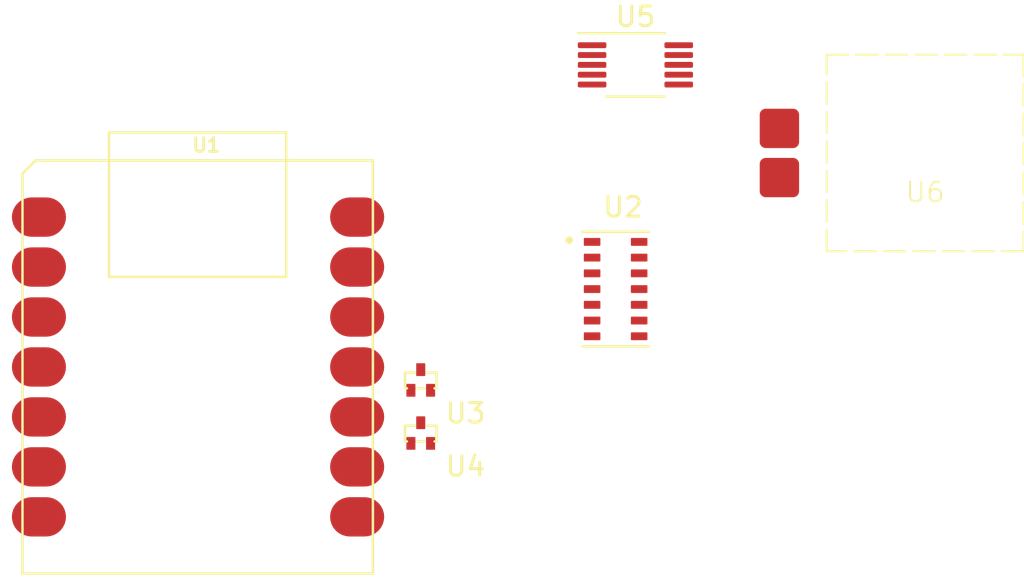
<source format=kicad_pcb>
(kicad_pcb (version 20221018) (generator pcbnew)
  (layers (0 "F.Cu" signal) (31 "B.Cu" signal) (34 "B.Paste" user) (35 "F.Paste" user) (36 "B.SilkS" user "B.Silkscreen") (37 "F.SilkS" user "F.Silkscreen") (38 "B.Mask" user) (39 "F.Mask" user) (44 "Edge.Cuts" user))
  (net 0 "")
  (net 2 "SCL")
  (net 3 "SDA")
  (net 10 "HapticEN")
  (net 11 "Net-(D1-A)")
  (net 12 "+3V3")
  (net 13 "GND")
  (net 14 "VCC")
  (net 15 "LV_SCL")
  (net 16 "LV_SDA")
  (net 17 "+5V")
  (net 18 "+1V8")
  (net 19 "Net-(U2-~{INT})")
  (net 20 "Net-(U5-REG)")
  (net 21 "Net-(U5-OUT+)")
  (net 22 "Net-(U5-OUT-)")
  (footprint "xiao ESP32C3_PCB:MOUDLE14P-SMD-2.54-21X17.8MM" (layer "F.Cu") (at 92.984 82.23925)
    (fp_text reference "U1" (at 9.3345 -21.7805) (layer "F.SilkS") (effects (font (size 0.7 0.7))))
    (fp_text value "MOUDLE-SEEEDUINO-XIAO-ESP32C3")
    (fp_line (start 0 -20.3285) (end 0 0) (stroke (width 0.127)) (layer "F.SilkS"))
    (fp_line (start 0 0) (end 17.8 0) (stroke (width 0.127)) (layer "F.SilkS"))
    (fp_line (start 0.671541 -21) (end 0 -20.3285) (stroke (width 0.127)) (layer "F.SilkS"))
    (fp_line (start 4.396 -15.072) (end 4.396 -22.425) (stroke (width 0.127)) (layer "F.SilkS"))
    (fp_line (start 4.4 -22.424) (end 13.395 -22.424) (stroke (width 0.127)) (layer "F.SilkS"))
    (fp_line (start 13.395 -22.424) (end 13.395 -15.072) (stroke (width 0.127)) (layer "F.SilkS"))
    (fp_line (start 13.395 -15.072) (end 4.396 -15.072) (stroke (width 0.127)) (layer "F.SilkS"))
    (fp_line (start 17.8 -21) (end 0.671541 -21) (stroke (width 0.127)) (layer "F.SilkS"))
    (fp_line (start 17.8 0) (end 17.8 -21) (stroke (width 0.127)) (layer "F.SilkS"))
    (pad "1" smd roundrect (at 0.835 -18.12) (size 2.75 2) (layers "F.Cu" "F.Paste" "F.Mask") (roundrect_rratio 0.5))
    (pad "2" smd roundrect (at 0.835 -15.58) (size 2.75 2) (layers "F.Cu" "F.Paste" "F.Mask") (roundrect_rratio 0.5))
    (pad "3" smd roundrect (at 0.835 -13.04) (size 2.75 2) (layers "F.Cu" "F.Paste" "F.Mask") (roundrect_rratio 0.5))
    (pad "4" smd roundrect (at 0.835 -10.5) (size 2.75 2) (layers "F.Cu" "F.Paste" "F.Mask") (roundrect_rratio 0.5))
    (pad "5" smd roundrect (at 0.835 -7.96) (size 2.75 2) (layers "F.Cu" "F.Paste" "F.Mask") (roundrect_rratio 0.5) (net 3 "SDA"))
    (pad "6" smd roundrect (at 0.835 -5.42) (size 2.75 2) (layers "F.Cu" "F.Paste" "F.Mask") (roundrect_rratio 0.5) (net 2 "SCL"))
    (pad "7" smd roundrect (at 0.835 -2.88) (size 2.75 2) (layers "F.Cu" "F.Paste" "F.Mask") (roundrect_rratio 0.5))
    (pad "8" smd roundrect (at 17 -2.88) (size 2.75 2) (layers "F.Cu" "F.Paste" "F.Mask") (roundrect_rratio 0.5))
    (pad "9" smd roundrect (at 17 -5.42) (size 2.75 2) (layers "F.Cu" "F.Paste" "F.Mask") (roundrect_rratio 0.5))
    (pad "10" smd roundrect (at 17 -7.96) (size 2.75 2) (layers "F.Cu" "F.Paste" "F.Mask") (roundrect_rratio 0.5) (net 10 "HapticEN"))
    (pad "11" smd roundrect (at 17 -10.5) (size 2.75 2) (layers "F.Cu" "F.Paste" "F.Mask") (roundrect_rratio 0.5) (net 11 "Net-(D1-A)"))
    (pad "12" smd roundrect (at 17 -13.04) (size 2.75 2) (layers "F.Cu" "F.Paste" "F.Mask") (roundrect_rratio 0.5) (net 12 "+3V3"))
    (pad "13" smd roundrect (at 17 -15.58) (size 2.75 2) (layers "F.Cu" "F.Paste" "F.Mask") (roundrect_rratio 0.5) (net 13 "GND"))
    (pad "14" smd roundrect (at 17 -18.12) (size 2.75 2) (layers "F.Cu" "F.Paste" "F.Mask") (roundrect_rratio 0.5) (net 14 "VCC"))
  )
  (footprint "Package_SO:VSSOP-10_3x3mm_P0.5mm" (layer "F.Cu") (at 124.12 56.38)
    (fp_text reference "U5" (at 0 -2.45) (layer "F.SilkS"))
    (fp_text value "DRV2605LDGS")
    (fp_line (start 0 -1.61) (end -2.925 -1.61) (stroke (width 0.12)) (layer "F.SilkS"))
    (fp_line (start 0 -1.61) (end 1.5 -1.61) (stroke (width 0.12)) (layer "F.SilkS"))
    (fp_line (start 0 1.61) (end -1.5 1.61) (stroke (width 0.12)) (layer "F.SilkS"))
    (fp_line (start 0 1.61) (end 1.5 1.61) (stroke (width 0.12)) (layer "F.SilkS"))
    (pad "1" smd roundrect (at -2.2 -1) (size 1.45 0.3) (layers "F.Cu" "F.Paste" "F.Mask") (net 20 "Net-(U5-REG)"))
    (pad "2" smd roundrect (at -2.2 -0.5) (size 1.45 0.3) (layers "F.Cu" "F.Paste" "F.Mask") (net 2 "SCL"))
    (pad "3" smd roundrect (at -2.2 0) (size 1.45 0.3) (layers "F.Cu" "F.Paste" "F.Mask") (net 3 "SDA"))
    (pad "4" smd roundrect (at -2.2 0.5) (size 1.45 0.3) (layers "F.Cu" "F.Paste" "F.Mask") (net 13 "GND"))
    (pad "5" smd roundrect (at -2.2 1) (size 1.45 0.3) (layers "F.Cu" "F.Paste" "F.Mask") (net 10 "HapticEN"))
    (pad "6" smd roundrect (at 2.2 1) (size 1.45 0.3) (layers "F.Cu" "F.Paste" "F.Mask") (net 14 "VCC"))
    (pad "7" smd roundrect (at 2.2 0.5) (size 1.45 0.3) (layers "F.Cu" "F.Paste" "F.Mask") (net 21 "Net-(U5-OUT+)"))
    (pad "8" smd roundrect (at 2.2 0) (size 1.45 0.3) (layers "F.Cu" "F.Paste" "F.Mask") (net 13 "GND"))
    (pad "9" smd roundrect (at 2.2 -0.5) (size 1.45 0.3) (layers "F.Cu" "F.Paste" "F.Mask") (net 22 "Net-(U5-OUT-)"))
    (pad "10" smd roundrect (at 2.2 -1) (size 1.45 0.3) (layers "F.Cu" "F.Paste" "F.Mask") (net 14 "VCC"))
  )
  (footprint "RE1C002UN:EMT3F" (layer "F.Cu") (at 113.2145 75.62575)
    (fp_text reference "U4" (at 2.275 1.165) (layer "F.SilkS"))
    (fp_text value "RE1C002UN")
    (fp_line (start -0.8 -0.9) (end -0.3 -0.9) (stroke (width 0.127)) (layer "F.SilkS"))
    (fp_line (start -0.8 -0.1) (end -0.8 -0.9) (stroke (width 0.127)) (layer "F.SilkS"))
    (fp_line (start -0.7 -0.1) (end -0.8 -0.1) (stroke (width 0.127)) (layer "F.SilkS"))
    (fp_line (start -0.2 -0.1) (end 0.2 -0.1) (stroke (width 0.127)) (layer "F.SilkS"))
    (fp_line (start 0.7 -0.1) (end 0.8 -0.1) (stroke (width 0.127)) (layer "F.SilkS"))
    (fp_line (start 0.8 -0.9) (end 0.3 -0.9) (stroke (width 0.127)) (layer "F.SilkS"))
    (fp_line (start 0.8 -0.1) (end 0.8 -0.9) (stroke (width 0.127)) (layer "F.SilkS"))
    (pad "P$1" smd roundrect (at -0.5 0) (size 0.46 0.65) (layers "F.Cu" "F.Paste" "F.Mask") (roundrect_rratio 0.08) (net 18 "+1V8"))
    (pad "P$2" smd roundrect (at 0.5 0) (size 0.46 0.65) (layers "F.Cu" "F.Paste" "F.Mask") (roundrect_rratio 0.08) (net 16 "LV_SDA"))
    (pad "P$3" smd roundrect (at 0 -1.05) (size 0.46 0.65) (layers "F.Cu" "F.Paste" "F.Mask") (roundrect_rratio 0.08) (net 3 "SDA"))
  )
  (footprint "RE1C002UN:EMT3F" (layer "F.Cu") (at 113.2145 72.92575)
    (fp_text reference "U3" (at 2.275 1.165) (layer "F.SilkS"))
    (fp_text value "RE1C002UN")
    (fp_line (start -0.8 -0.9) (end -0.3 -0.9) (stroke (width 0.127)) (layer "F.SilkS"))
    (fp_line (start -0.8 -0.1) (end -0.8 -0.9) (stroke (width 0.127)) (layer "F.SilkS"))
    (fp_line (start -0.7 -0.1) (end -0.8 -0.1) (stroke (width 0.127)) (layer "F.SilkS"))
    (fp_line (start -0.2 -0.1) (end 0.2 -0.1) (stroke (width 0.127)) (layer "F.SilkS"))
    (fp_line (start 0.7 -0.1) (end 0.8 -0.1) (stroke (width 0.127)) (layer "F.SilkS"))
    (fp_line (start 0.8 -0.9) (end 0.3 -0.9) (stroke (width 0.127)) (layer "F.SilkS"))
    (fp_line (start 0.8 -0.1) (end 0.8 -0.9) (stroke (width 0.127)) (layer "F.SilkS"))
    (pad "P$1" smd roundrect (at -0.5 0) (size 0.46 0.65) (layers "F.Cu" "F.Paste" "F.Mask") (roundrect_rratio 0.08) (net 18 "+1V8"))
    (pad "P$2" smd roundrect (at 0.5 0) (size 0.46 0.65) (layers "F.Cu" "F.Paste" "F.Mask") (roundrect_rratio 0.08) (net 15 "LV_SCL"))
    (pad "P$3" smd roundrect (at 0 -1.05) (size 0.46 0.65) (layers "F.Cu" "F.Paste" "F.Mask") (roundrect_rratio 0.08) (net 2 "SCL"))
  )
  (footprint "MAX30101EFD:PSON80P560X330X165-14N" (layer "F.Cu") (at 123.115 67.78)
    (fp_text reference "U2" (at 0.37746 -4.16481) (layer "F.SilkS"))
    (fp_text value "MAX30101EFD")
    (fp_line (start -1.7 2.914) (end 1.7 2.914) (stroke (width 0.127)) (layer "F.SilkS"))
    (fp_line (start 1.7 -2.914) (end -1.7 -2.914) (stroke (width 0.127)) (layer "F.SilkS"))
    (fp_circle (center -2.36054 -2.48781) (end -2.26054 -2.48781) (stroke (width 0.2)) (fill none) (layer "F.SilkS"))
    (pad "1" smd roundrect (at -1.195 -2.4) (size 0.84 0.4) (layers "F.Cu" "F.Paste" "F.Mask") (roundrect_rratio 0.1))
    (pad "2" smd roundrect (at -1.195 -1.6) (size 0.84 0.4) (layers "F.Cu" "F.Paste" "F.Mask") (roundrect_rratio 0.1) (net 15 "LV_SCL"))
    (pad "3" smd roundrect (at -1.195 -0.8) (size 0.84 0.4) (layers "F.Cu" "F.Paste" "F.Mask") (roundrect_rratio 0.1) (net 16 "LV_SDA"))
    (pad "4" smd roundrect (at -1.195 0) (size 0.84 0.4) (layers "F.Cu" "F.Paste" "F.Mask") (roundrect_rratio 0.1) (net 13 "GND"))
    (pad "5" smd roundrect (at -1.195 0.8) (size 0.84 0.4) (layers "F.Cu" "F.Paste" "F.Mask") (roundrect_rratio 0.1))
    (pad "6" smd roundrect (at -1.195 1.6) (size 0.84 0.4) (layers "F.Cu" "F.Paste" "F.Mask") (roundrect_rratio 0.1))
    (pad "7" smd roundrect (at -1.195 2.4) (size 0.84 0.4) (layers "F.Cu" "F.Paste" "F.Mask") (roundrect_rratio 0.1))
    (pad "8" smd roundrect (at 1.195 2.4 180) (size 0.84 0.4) (layers "F.Cu" "F.Paste" "F.Mask") (roundrect_rratio 0.1))
    (pad "9" smd roundrect (at 1.195 1.6 180) (size 0.84 0.4) (layers "F.Cu" "F.Paste" "F.Mask") (roundrect_rratio 0.1) (net 17 "+5V"))
    (pad "10" smd roundrect (at 1.195 0.8 180) (size 0.84 0.4) (layers "F.Cu" "F.Paste" "F.Mask") (roundrect_rratio 0.1) (net 17 "+5V"))
    (pad "11" smd roundrect (at 1.195 0 180) (size 0.84 0.4) (layers "F.Cu" "F.Paste" "F.Mask") (roundrect_rratio 0.1) (net 18 "+1V8"))
    (pad "12" smd roundrect (at 1.195 -0.8 180) (size 0.84 0.4) (layers "F.Cu" "F.Paste" "F.Mask") (roundrect_rratio 0.1) (net 13 "GND"))
    (pad "13" smd roundrect (at 1.195 -1.6 180) (size 0.84 0.4) (layers "F.Cu" "F.Paste" "F.Mask") (roundrect_rratio 0.1) (net 19 "Net-(U2-~{INT})"))
    (pad "14" smd roundrect (at 1.195 -2.4 180) (size 0.84 0.4) (layers "F.Cu" "F.Paste" "F.Mask") (roundrect_rratio 0.1))
  )
  (footprint "BonsaiFootPrintLib:VLV101040A" (layer "F.Cu") (at 133.835 65.86)
    (fp_text reference "U6" (at 5 -3 unlocked) (layer "F.SilkS") (effects (font (thickness 0.1))))
    (fp_text value "~")
    (fp_rect (start 0 -10) (end 10 0) (stroke (width 0.1) (type dash)) (fill none) (layer "F.SilkS"))
    (pad "1" smd roundrect (at -2.4 -6.25) (size 2 2) (layers "F.Cu" "F.Paste" "F.Mask") (roundrect_rratio 0.15) (net 21 "Net-(U5-OUT+)"))
    (pad "2" smd roundrect (at -2.4 -3.75) (size 2 2) (layers "F.Cu" "F.Paste" "F.Mask") (roundrect_rratio 0.15) (net 22 "Net-(U5-OUT-)"))
  )
)
</source>
